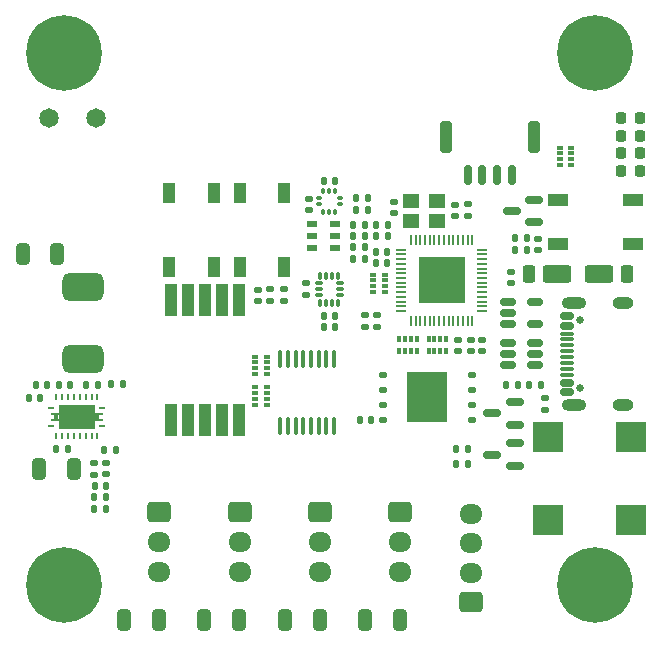
<source format=gbr>
%TF.GenerationSoftware,KiCad,Pcbnew,8.0.6-8.0.6-0~ubuntu20.04.1*%
%TF.CreationDate,2024-12-12T22:35:04+05:00*%
%TF.ProjectId,EpsilonAnomalain,45707369-6c6f-46e4-916e-6f6d616c6169,rev?*%
%TF.SameCoordinates,Original*%
%TF.FileFunction,Soldermask,Top*%
%TF.FilePolarity,Negative*%
%FSLAX46Y46*%
G04 Gerber Fmt 4.6, Leading zero omitted, Abs format (unit mm)*
G04 Created by KiCad (PCBNEW 8.0.6-8.0.6-0~ubuntu20.04.1) date 2024-12-12 22:35:04*
%MOMM*%
%LPD*%
G01*
G04 APERTURE LIST*
G04 Aperture macros list*
%AMRoundRect*
0 Rectangle with rounded corners*
0 $1 Rounding radius*
0 $2 $3 $4 $5 $6 $7 $8 $9 X,Y pos of 4 corners*
0 Add a 4 corners polygon primitive as box body*
4,1,4,$2,$3,$4,$5,$6,$7,$8,$9,$2,$3,0*
0 Add four circle primitives for the rounded corners*
1,1,$1+$1,$2,$3*
1,1,$1+$1,$4,$5*
1,1,$1+$1,$6,$7*
1,1,$1+$1,$8,$9*
0 Add four rect primitives between the rounded corners*
20,1,$1+$1,$2,$3,$4,$5,0*
20,1,$1+$1,$4,$5,$6,$7,0*
20,1,$1+$1,$6,$7,$8,$9,0*
20,1,$1+$1,$8,$9,$2,$3,0*%
G04 Aperture macros list end*
%ADD10R,0.500000X0.400000*%
%ADD11R,0.500000X0.300000*%
%ADD12RoundRect,0.218750X0.218750X0.256250X-0.218750X0.256250X-0.218750X-0.256250X0.218750X-0.256250X0*%
%ADD13RoundRect,0.140000X0.170000X-0.140000X0.170000X0.140000X-0.170000X0.140000X-0.170000X-0.140000X0*%
%ADD14RoundRect,0.050000X-0.350000X-0.050000X0.350000X-0.050000X0.350000X0.050000X-0.350000X0.050000X0*%
%ADD15RoundRect,0.050000X-0.050000X-0.350000X0.050000X-0.350000X0.050000X0.350000X-0.050000X0.350000X0*%
%ADD16R,4.000000X4.000000*%
%ADD17R,0.400000X0.500000*%
%ADD18R,0.300000X0.500000*%
%ADD19RoundRect,0.250000X0.950000X0.500000X-0.950000X0.500000X-0.950000X-0.500000X0.950000X-0.500000X0*%
%ADD20RoundRect,0.250000X0.275000X0.500000X-0.275000X0.500000X-0.275000X-0.500000X0.275000X-0.500000X0*%
%ADD21RoundRect,0.250000X-0.725000X0.600000X-0.725000X-0.600000X0.725000X-0.600000X0.725000X0.600000X0*%
%ADD22O,1.950000X1.700000*%
%ADD23RoundRect,0.135000X0.185000X-0.135000X0.185000X0.135000X-0.185000X0.135000X-0.185000X-0.135000X0*%
%ADD24RoundRect,0.140000X-0.170000X0.140000X-0.170000X-0.140000X0.170000X-0.140000X0.170000X0.140000X0*%
%ADD25RoundRect,0.587500X-1.162500X0.587500X-1.162500X-0.587500X1.162500X-0.587500X1.162500X0.587500X0*%
%ADD26RoundRect,0.135000X-0.185000X0.135000X-0.185000X-0.135000X0.185000X-0.135000X0.185000X0.135000X0*%
%ADD27RoundRect,0.250000X0.325000X0.650000X-0.325000X0.650000X-0.325000X-0.650000X0.325000X-0.650000X0*%
%ADD28RoundRect,0.250000X-0.325000X-0.650000X0.325000X-0.650000X0.325000X0.650000X-0.325000X0.650000X0*%
%ADD29RoundRect,0.150000X-0.512500X-0.150000X0.512500X-0.150000X0.512500X0.150000X-0.512500X0.150000X0*%
%ADD30C,0.800000*%
%ADD31C,6.400000*%
%ADD32RoundRect,0.135000X-0.135000X-0.185000X0.135000X-0.185000X0.135000X0.185000X-0.135000X0.185000X0*%
%ADD33RoundRect,0.150000X0.512500X0.150000X-0.512500X0.150000X-0.512500X-0.150000X0.512500X-0.150000X0*%
%ADD34R,1.000000X1.700000*%
%ADD35RoundRect,0.045000X0.205000X-0.105000X0.205000X0.105000X-0.205000X0.105000X-0.205000X-0.105000X0*%
%ADD36RoundRect,0.045000X0.105000X-0.205000X0.105000X0.205000X-0.105000X0.205000X-0.105000X-0.205000X0*%
%ADD37RoundRect,0.135000X0.135000X0.185000X-0.135000X0.185000X-0.135000X-0.185000X0.135000X-0.185000X0*%
%ADD38RoundRect,0.140000X0.140000X0.170000X-0.140000X0.170000X-0.140000X-0.170000X0.140000X-0.170000X0*%
%ADD39RoundRect,0.140000X-0.140000X-0.170000X0.140000X-0.170000X0.140000X0.170000X-0.140000X0.170000X0*%
%ADD40RoundRect,0.250000X0.725000X-0.600000X0.725000X0.600000X-0.725000X0.600000X-0.725000X-0.600000X0*%
%ADD41C,1.649242*%
%ADD42RoundRect,0.000000X0.400000X0.250000X-0.400000X0.250000X-0.400000X-0.250000X0.400000X-0.250000X0*%
%ADD43O,0.599999X0.240000*%
%ADD44O,0.240000X0.599999*%
%ADD45C,0.499999*%
%ADD46R,0.725068X0.229918*%
%ADD47R,0.724920X0.229997*%
%ADD48R,0.399999X0.319994*%
%ADD49R,0.399998X0.319995*%
%ADD50R,3.050006X2.049998*%
%ADD51R,0.725070X0.230003*%
%ADD52R,0.724922X0.230003*%
%ADD53RoundRect,0.150000X0.587500X0.150000X-0.587500X0.150000X-0.587500X-0.150000X0.587500X-0.150000X0*%
%ADD54R,2.500000X2.500000*%
%ADD55RoundRect,0.125000X0.200000X0.125000X-0.200000X0.125000X-0.200000X-0.125000X0.200000X-0.125000X0*%
%ADD56R,3.400000X4.300000*%
%ADD57RoundRect,0.150000X0.150000X0.700000X-0.150000X0.700000X-0.150000X-0.700000X0.150000X-0.700000X0*%
%ADD58RoundRect,0.250000X0.250000X1.100000X-0.250000X1.100000X-0.250000X-1.100000X0.250000X-1.100000X0*%
%ADD59RoundRect,0.147500X-0.147500X-0.172500X0.147500X-0.172500X0.147500X0.172500X-0.147500X0.172500X0*%
%ADD60RoundRect,0.087500X-0.087500X0.225000X-0.087500X-0.225000X0.087500X-0.225000X0.087500X0.225000X0*%
%ADD61RoundRect,0.087500X-0.225000X0.087500X-0.225000X-0.087500X0.225000X-0.087500X0.225000X0.087500X0*%
%ADD62R,1.000000X2.800000*%
%ADD63R,1.400000X1.200000*%
%ADD64RoundRect,0.250000X-0.950000X-0.500000X0.950000X-0.500000X0.950000X0.500000X-0.950000X0.500000X0*%
%ADD65RoundRect,0.250000X-0.275000X-0.500000X0.275000X-0.500000X0.275000X0.500000X-0.275000X0.500000X0*%
%ADD66C,0.650000*%
%ADD67RoundRect,0.150000X0.425000X-0.150000X0.425000X0.150000X-0.425000X0.150000X-0.425000X-0.150000X0*%
%ADD68RoundRect,0.075000X0.500000X-0.075000X0.500000X0.075000X-0.500000X0.075000X-0.500000X-0.075000X0*%
%ADD69O,2.100000X1.000000*%
%ADD70O,1.800000X1.000000*%
%ADD71RoundRect,0.100000X-0.100000X0.637500X-0.100000X-0.637500X0.100000X-0.637500X0.100000X0.637500X0*%
%ADD72R,1.700000X1.000000*%
G04 APERTURE END LIST*
D10*
%TO.C,RN2*%
X276000000Y-88500000D03*
D11*
X276000000Y-88000000D03*
X276000000Y-87500000D03*
D10*
X276000000Y-87000000D03*
X275000000Y-87000000D03*
D11*
X275000000Y-87500000D03*
X275000000Y-88000000D03*
D10*
X275000000Y-88500000D03*
%TD*%
D12*
%TO.C,D8*%
X281787500Y-89000000D03*
X280212500Y-89000000D03*
%TD*%
D13*
%TO.C,C25*%
X253752500Y-92307424D03*
X253752500Y-91347424D03*
%TD*%
D14*
%TO.C,U4*%
X261550000Y-95650000D03*
X261550000Y-96050000D03*
X261550000Y-96450000D03*
X261550000Y-96850000D03*
X261550000Y-97250000D03*
X261550000Y-97650000D03*
X261550000Y-98050000D03*
X261550000Y-98450000D03*
X261550000Y-98850000D03*
X261550000Y-99250000D03*
X261550000Y-99650000D03*
X261550000Y-100050000D03*
X261550000Y-100450000D03*
X261550000Y-100850000D03*
D15*
X262400000Y-101700000D03*
X262800000Y-101700000D03*
X263200000Y-101700000D03*
X263600000Y-101700000D03*
X264000000Y-101700000D03*
X264400000Y-101700000D03*
X264800000Y-101700000D03*
X265200000Y-101700000D03*
X265600000Y-101700000D03*
X266000000Y-101700000D03*
X266400000Y-101700000D03*
X266800000Y-101700000D03*
X267200000Y-101700000D03*
X267600000Y-101700000D03*
D14*
X268450000Y-100850000D03*
X268450000Y-100450000D03*
X268450000Y-100050000D03*
X268450000Y-99650000D03*
X268450000Y-99250000D03*
X268450000Y-98850000D03*
X268450000Y-98450000D03*
X268450000Y-98050000D03*
X268450000Y-97650000D03*
X268450000Y-97250000D03*
X268450000Y-96850000D03*
X268450000Y-96450000D03*
X268450000Y-96050000D03*
X268450000Y-95650000D03*
D15*
X267600000Y-94800000D03*
X267200000Y-94800000D03*
X266800000Y-94800000D03*
X266400000Y-94800000D03*
X266000000Y-94800000D03*
X265600000Y-94800000D03*
X265200000Y-94800000D03*
X264800000Y-94800000D03*
X264400000Y-94800000D03*
X264000000Y-94800000D03*
X263600000Y-94800000D03*
X263200000Y-94800000D03*
X262800000Y-94800000D03*
X262400000Y-94800000D03*
D16*
X265000000Y-98250000D03*
%TD*%
D17*
%TO.C,RN6*%
X263900000Y-104250000D03*
D18*
X264400000Y-104250000D03*
X264900000Y-104250000D03*
D17*
X265400000Y-104250000D03*
X265400000Y-103250000D03*
D18*
X264900000Y-103250000D03*
X264400000Y-103250000D03*
D17*
X263900000Y-103250000D03*
%TD*%
D19*
%TO.C,D2*%
X278300000Y-97700000D03*
D20*
X280675000Y-97700000D03*
%TD*%
D21*
%TO.C,J4*%
X254700000Y-117900000D03*
D22*
X254700000Y-120400000D03*
X254700000Y-122900000D03*
%TD*%
D23*
%TO.C,R16*%
X251700000Y-100010000D03*
X251700000Y-98990000D03*
%TD*%
D24*
%TO.C,C33*%
X249500000Y-99020000D03*
X249500000Y-99980000D03*
%TD*%
D25*
%TO.C,L2*%
X234644924Y-98850000D03*
X234644924Y-104900000D03*
%TD*%
D26*
%TO.C,R19*%
X258500000Y-101190000D03*
X258500000Y-102210000D03*
%TD*%
D27*
%TO.C,C9*%
X232475000Y-96000000D03*
X229525000Y-96000000D03*
%TD*%
D28*
%TO.C,C29*%
X244925000Y-127000000D03*
X247875000Y-127000000D03*
%TD*%
D24*
%TO.C,C24*%
X253500000Y-98510000D03*
X253500000Y-99470000D03*
%TD*%
D29*
%TO.C,U1*%
X270612500Y-100050000D03*
X270612500Y-101000000D03*
X270612500Y-101950000D03*
X272887500Y-101950000D03*
X272887500Y-100050000D03*
%TD*%
D30*
%TO.C,H1*%
X275600000Y-79000000D03*
X276302944Y-77302944D03*
X276302944Y-80697056D03*
X278000000Y-76600000D03*
D31*
X278000000Y-79000000D03*
D30*
X278000000Y-81400000D03*
X279697056Y-77302944D03*
X279697056Y-80697056D03*
X280400000Y-79000000D03*
%TD*%
D32*
%TO.C,R7*%
X236390000Y-112600000D03*
X237410000Y-112600000D03*
%TD*%
D28*
%TO.C,C30*%
X251725000Y-127000000D03*
X254675000Y-127000000D03*
%TD*%
D33*
%TO.C,U3*%
X272887500Y-105450000D03*
X272887500Y-104500000D03*
X272887500Y-103550000D03*
X270612500Y-103550000D03*
X270612500Y-104500000D03*
X270612500Y-105450000D03*
%TD*%
D34*
%TO.C,SW3*%
X247900000Y-97150000D03*
X247900000Y-90850000D03*
X251700000Y-97150000D03*
X251700000Y-90850000D03*
%TD*%
D35*
%TO.C,U7*%
X254629000Y-91312500D03*
X254629000Y-91812500D03*
D36*
X255000000Y-92431500D03*
X255500000Y-92431500D03*
X256000000Y-92431500D03*
D35*
X256371000Y-91812500D03*
X256371000Y-91312500D03*
D36*
X256000000Y-90693500D03*
X255500000Y-90693500D03*
X255000000Y-90693500D03*
%TD*%
D23*
%TO.C,R8*%
X273800000Y-109210000D03*
X273800000Y-108190000D03*
%TD*%
D37*
%TO.C,R10*%
X258500000Y-96400000D03*
X257480000Y-96400000D03*
%TD*%
D32*
%TO.C,R2*%
X234890000Y-107100000D03*
X235910000Y-107100000D03*
%TD*%
D38*
%TO.C,C13*%
X236580000Y-115650000D03*
X235620000Y-115650000D03*
%TD*%
D37*
%TO.C,R14*%
X271510000Y-107100000D03*
X270490000Y-107100000D03*
%TD*%
D21*
%TO.C,J3*%
X261500000Y-117900000D03*
D22*
X261500000Y-120400000D03*
X261500000Y-122900000D03*
%TD*%
D13*
%TO.C,C18*%
X236620000Y-114680000D03*
X236620000Y-113720000D03*
%TD*%
D39*
%TO.C,C4*%
X257540000Y-93550000D03*
X258500000Y-93550000D03*
%TD*%
D28*
%TO.C,C26*%
X238125000Y-127000000D03*
X241075000Y-127000000D03*
%TD*%
D32*
%TO.C,R3*%
X235590000Y-116600000D03*
X236610000Y-116600000D03*
%TD*%
D40*
%TO.C,J7*%
X267500000Y-125500000D03*
D22*
X267500000Y-123000000D03*
X267500000Y-120500000D03*
X267500000Y-118000000D03*
%TD*%
D39*
%TO.C,C22*%
X255020000Y-101240000D03*
X255980000Y-101240000D03*
%TD*%
D37*
%TO.C,R9*%
X273410000Y-107100000D03*
X272390000Y-107100000D03*
%TD*%
D34*
%TO.C,SW2*%
X241900000Y-97150000D03*
X241900000Y-90850000D03*
X245700000Y-97150000D03*
X245700000Y-90850000D03*
%TD*%
D32*
%TO.C,R6*%
X271180000Y-95700000D03*
X272200000Y-95700000D03*
%TD*%
D24*
%TO.C,C12*%
X273200000Y-94720000D03*
X273200000Y-95680000D03*
%TD*%
D26*
%TO.C,R5*%
X235600000Y-113690000D03*
X235600000Y-114710000D03*
%TD*%
D10*
%TO.C,RN1*%
X260200000Y-99250000D03*
D11*
X260200000Y-98750000D03*
X260200000Y-98250000D03*
D10*
X260200000Y-97750000D03*
X259200000Y-97750000D03*
D11*
X259200000Y-98250000D03*
X259200000Y-98750000D03*
D10*
X259200000Y-99250000D03*
%TD*%
D41*
%TO.C,J8*%
X231737500Y-84500000D03*
X235737500Y-84500000D03*
%TD*%
D23*
%TO.C,R15*%
X250500000Y-100010000D03*
X250500000Y-98990000D03*
%TD*%
D42*
%TO.C,U6*%
X256000000Y-95500000D03*
X256000000Y-94500000D03*
X256000000Y-93500000D03*
X254000000Y-93500000D03*
X254000000Y-94500000D03*
X254000000Y-95500000D03*
%TD*%
D38*
%TO.C,C32*%
X233344924Y-112550000D03*
X232384924Y-112550000D03*
%TD*%
D12*
%TO.C,D7*%
X281787500Y-87500000D03*
X280212500Y-87500000D03*
%TD*%
D43*
%TO.C,U2*%
X236270000Y-109050000D03*
D44*
X235869919Y-108149921D03*
X235369920Y-108149921D03*
X234869919Y-108149921D03*
X234369920Y-108149921D03*
X233869921Y-108149921D03*
X233369919Y-108149921D03*
X232869920Y-108149921D03*
X232369919Y-108149921D03*
D43*
X231969998Y-109050000D03*
X231969998Y-110550002D03*
D44*
X232369919Y-111449919D03*
X232869920Y-111449919D03*
X233369919Y-111449919D03*
X233869921Y-111449919D03*
X234369920Y-111449919D03*
X234869919Y-111449919D03*
X235369920Y-111449919D03*
X235869919Y-111449919D03*
D43*
X236270000Y-110550002D03*
D45*
X234119920Y-109024920D03*
D46*
X236007458Y-109524961D03*
D47*
X232232457Y-109525001D03*
D45*
X235395000Y-109799920D03*
X232844998Y-109799920D03*
D48*
X235844923Y-109799999D03*
D49*
X232394918Y-109799999D03*
D50*
X234119921Y-109800001D03*
D51*
X236007459Y-110074999D03*
D52*
X232232456Y-110074999D03*
D45*
X234119920Y-110574920D03*
%TD*%
D32*
%TO.C,R1*%
X235590000Y-117600000D03*
X236610000Y-117600000D03*
%TD*%
D12*
%TO.C,D5*%
X281787500Y-84500000D03*
X280212500Y-84500000D03*
%TD*%
D24*
%TO.C,C6*%
X268450000Y-103270000D03*
X268450000Y-104230000D03*
%TD*%
%TO.C,C28*%
X266130000Y-91835076D03*
X266130000Y-92795076D03*
%TD*%
D21*
%TO.C,J6*%
X241100000Y-117900000D03*
D22*
X241100000Y-120400000D03*
X241100000Y-122900000D03*
%TD*%
D27*
%TO.C,C14*%
X233869924Y-114200000D03*
X230919924Y-114200000D03*
%TD*%
D53*
%TO.C,Q1*%
X271187500Y-110450000D03*
X271187500Y-108550000D03*
X269312500Y-109500000D03*
%TD*%
D39*
%TO.C,C21*%
X255042500Y-89827424D03*
X256002500Y-89827424D03*
%TD*%
%TO.C,C23*%
X255020000Y-102190000D03*
X255980000Y-102190000D03*
%TD*%
%TO.C,C1*%
X232590000Y-107100000D03*
X233550000Y-107100000D03*
%TD*%
D53*
%TO.C,D3*%
X272800000Y-93300000D03*
X272800000Y-91400000D03*
X270925000Y-92350000D03*
%TD*%
D30*
%TO.C,H4*%
X275600000Y-124000000D03*
X276302944Y-122302944D03*
X276302944Y-125697056D03*
X278000000Y-121600000D03*
D31*
X278000000Y-124000000D03*
D30*
X278000000Y-126400000D03*
X279697056Y-122302944D03*
X279697056Y-125697056D03*
X280400000Y-124000000D03*
%TD*%
D13*
%TO.C,C16*%
X270900000Y-98500000D03*
X270900000Y-97540000D03*
%TD*%
D32*
%TO.C,R4*%
X271180000Y-94700000D03*
X272200000Y-94700000D03*
%TD*%
D54*
%TO.C,BZ1*%
X274000000Y-111500000D03*
X274000000Y-118500000D03*
X281000000Y-118500000D03*
X281000000Y-111500000D03*
%TD*%
D39*
%TO.C,C3*%
X257540000Y-94500000D03*
X258500000Y-94500000D03*
%TD*%
D55*
%TO.C,U10*%
X267550000Y-110040000D03*
X267550000Y-108770000D03*
X267550000Y-107500000D03*
X267550000Y-106230000D03*
X260050000Y-106230000D03*
X260050000Y-107500000D03*
X260050000Y-108770000D03*
X260050000Y-110040000D03*
D56*
X263800000Y-108135000D03*
%TD*%
D53*
%TO.C,D4*%
X271187500Y-113950000D03*
X271187500Y-112050000D03*
X269312500Y-113000000D03*
%TD*%
D39*
%TO.C,C20*%
X230040000Y-108220000D03*
X231000000Y-108220000D03*
%TD*%
%TO.C,C2*%
X257540000Y-95450000D03*
X258500000Y-95450000D03*
%TD*%
D24*
%TO.C,C8*%
X266380000Y-103270000D03*
X266380000Y-104230000D03*
%TD*%
D57*
%TO.C,J2*%
X270950000Y-89300000D03*
X269700000Y-89300000D03*
X268450000Y-89300000D03*
X267200000Y-89300000D03*
D58*
X272800000Y-86100000D03*
X265350000Y-86100000D03*
%TD*%
D59*
%TO.C,L1*%
X259445000Y-95815076D03*
X260415000Y-95815076D03*
%TD*%
D60*
%TO.C,U5*%
X256250000Y-97837500D03*
X255750000Y-97837500D03*
X255250000Y-97837500D03*
X254750000Y-97837500D03*
D61*
X254587500Y-98500000D03*
X254587500Y-99000000D03*
X254587500Y-99500000D03*
D60*
X254750000Y-100162500D03*
X255250000Y-100162500D03*
X255750000Y-100162500D03*
X256250000Y-100162500D03*
D61*
X256412500Y-99500000D03*
X256412500Y-99000000D03*
X256412500Y-98500000D03*
%TD*%
D13*
%TO.C,C27*%
X260950000Y-92530000D03*
X260950000Y-91570000D03*
%TD*%
D21*
%TO.C,J5*%
X247900000Y-117900000D03*
D22*
X247900000Y-120400000D03*
X247900000Y-122900000D03*
%TD*%
D38*
%TO.C,C17*%
X231595000Y-107100000D03*
X230635000Y-107100000D03*
%TD*%
D13*
%TO.C,C15*%
X267200000Y-92780000D03*
X267200000Y-91820000D03*
%TD*%
D10*
%TO.C,RN5*%
X249200000Y-107300000D03*
D11*
X249200000Y-107800000D03*
X249200000Y-108300000D03*
D10*
X249200000Y-108800000D03*
X250200000Y-108800000D03*
D11*
X250200000Y-108300000D03*
X250200000Y-107800000D03*
D10*
X250200000Y-107300000D03*
%TD*%
D62*
%TO.C,U8*%
X242120000Y-110040000D03*
X243560000Y-110030000D03*
X245000000Y-110050000D03*
X246440000Y-110040000D03*
X247880000Y-110040000D03*
X247880000Y-99940000D03*
X246440000Y-99940000D03*
X245000000Y-99950000D03*
X243560000Y-99930000D03*
X242120000Y-99940000D03*
%TD*%
D38*
%TO.C,C34*%
X259030000Y-110050000D03*
X258070000Y-110050000D03*
%TD*%
D24*
%TO.C,C7*%
X267500000Y-103270000D03*
X267500000Y-104230000D03*
%TD*%
D10*
%TO.C,RN4*%
X249200000Y-104700000D03*
D11*
X249200000Y-105200000D03*
X249200000Y-105700000D03*
D10*
X249200000Y-106200000D03*
X250200000Y-106200000D03*
D11*
X250200000Y-105700000D03*
X250200000Y-105200000D03*
D10*
X250200000Y-104700000D03*
%TD*%
D37*
%TO.C,R13*%
X267210000Y-113800000D03*
X266190000Y-113800000D03*
%TD*%
D30*
%TO.C,H2*%
X230600000Y-124000000D03*
X231302944Y-122302944D03*
X231302944Y-125697056D03*
X233000000Y-121600000D03*
D31*
X233000000Y-124000000D03*
D30*
X233000000Y-126400000D03*
X234697056Y-122302944D03*
X234697056Y-125697056D03*
X235400000Y-124000000D03*
%TD*%
D63*
%TO.C,Y1*%
X264630000Y-91515076D03*
X262430000Y-91515076D03*
X262430000Y-93215076D03*
X264630000Y-93215076D03*
%TD*%
D64*
%TO.C,D1*%
X274780000Y-97700000D03*
D65*
X272405000Y-97700000D03*
%TD*%
D39*
%TO.C,C19*%
X237040000Y-107050000D03*
X238000000Y-107050000D03*
%TD*%
D23*
%TO.C,R18*%
X259500000Y-102210000D03*
X259500000Y-101190000D03*
%TD*%
D66*
%TO.C,J1*%
X276695000Y-107390000D03*
X276695000Y-101610000D03*
D67*
X275620000Y-107700000D03*
X275620000Y-106900000D03*
D68*
X275620000Y-105750000D03*
X275620000Y-104750000D03*
X275620000Y-104250000D03*
X275620000Y-103250000D03*
D67*
X275620000Y-102100000D03*
X275620000Y-101300000D03*
X275620000Y-101300000D03*
X275620000Y-102100000D03*
D68*
X275620000Y-102750000D03*
X275620000Y-103750000D03*
X275620000Y-105250000D03*
X275620000Y-106250000D03*
D67*
X275620000Y-106900000D03*
X275620000Y-107700000D03*
D69*
X276195000Y-108820000D03*
D70*
X280375000Y-108820000D03*
D69*
X276195000Y-100180000D03*
D70*
X280375000Y-100180000D03*
%TD*%
D39*
%TO.C,C10*%
X259470000Y-93550000D03*
X260430000Y-93550000D03*
%TD*%
D28*
%TO.C,C31*%
X258525000Y-127000000D03*
X261475000Y-127000000D03*
%TD*%
D71*
%TO.C,U9*%
X255900000Y-104887500D03*
X255250000Y-104887500D03*
X254600000Y-104887500D03*
X253950000Y-104887500D03*
X253300000Y-104887500D03*
X252650000Y-104887500D03*
X252000000Y-104887500D03*
X251350000Y-104887500D03*
X251350000Y-110612500D03*
X252000000Y-110612500D03*
X252650000Y-110612500D03*
X253300000Y-110612500D03*
X253950000Y-110612500D03*
X254600000Y-110612500D03*
X255250000Y-110612500D03*
X255900000Y-110612500D03*
%TD*%
D39*
%TO.C,C11*%
X259470000Y-94500000D03*
X260430000Y-94500000D03*
%TD*%
D72*
%TO.C,SW1*%
X274900000Y-91400000D03*
X281200000Y-91400000D03*
X274900000Y-95200000D03*
X281200000Y-95200000D03*
%TD*%
D30*
%TO.C,H3*%
X230600000Y-79000000D03*
X231302944Y-77302944D03*
X231302944Y-80697056D03*
X233000000Y-76600000D03*
D31*
X233000000Y-79000000D03*
D30*
X233000000Y-81400000D03*
X234697056Y-77302944D03*
X234697056Y-80697056D03*
X235400000Y-79000000D03*
%TD*%
D37*
%TO.C,R11*%
X258800000Y-92290000D03*
X257780000Y-92290000D03*
%TD*%
D38*
%TO.C,C5*%
X260410000Y-96765076D03*
X259450000Y-96765076D03*
%TD*%
D17*
%TO.C,RN3*%
X262900000Y-103250000D03*
D18*
X262400000Y-103250000D03*
X261900000Y-103250000D03*
D17*
X261400000Y-103250000D03*
X261400000Y-104250000D03*
D18*
X261900000Y-104250000D03*
X262400000Y-104250000D03*
D17*
X262900000Y-104250000D03*
%TD*%
D12*
%TO.C,D6*%
X281787500Y-86000000D03*
X280212500Y-86000000D03*
%TD*%
D37*
%TO.C,R17*%
X267210000Y-112500000D03*
X266190000Y-112500000D03*
%TD*%
%TO.C,R12*%
X258810000Y-91300000D03*
X257790000Y-91300000D03*
%TD*%
M02*

</source>
